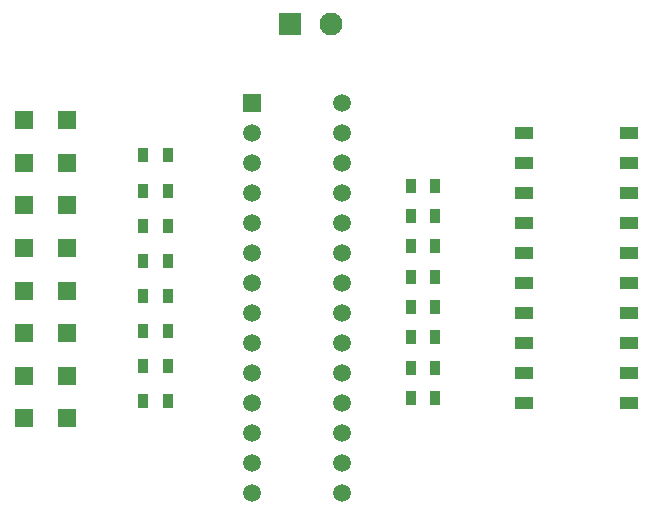
<source format=gbr>
%FSTAX23Y23*%
%MOIN*%
%SFA1B1*%

%IPPOS*%
%ADD10R,0.059055X0.062992*%
%ADD11R,0.059055X0.043307*%
%ADD12R,0.035433X0.047244*%
%ADD14C,0.076772*%
%ADD15R,0.076772X0.076772*%
%ADD16C,0.059055*%
%ADD17R,0.059055X0.059055*%
%LNpcb2_pads_top-1*%
%LPD*%
G54D10*
X03065Y02342D03*
X02923D03*
X03065Y022D03*
X02923D03*
X03065Y02484D03*
X02923D03*
X03065Y02626D03*
X02923D03*
X03065Y02768D03*
X02923D03*
X03065Y03053D03*
X02923D03*
X03065Y0291D03*
X02923D03*
X03065Y02058D03*
X02923D03*
G54D11*
X04588Y02109D03*
Y02209D03*
Y02309D03*
Y02409D03*
Y02509D03*
Y02609D03*
Y02709D03*
Y02809D03*
Y02909D03*
Y03009D03*
X04938D03*
Y02909D03*
Y02809D03*
Y02709D03*
Y02609D03*
Y02509D03*
Y02409D03*
Y02309D03*
Y02209D03*
Y02109D03*
G54D12*
X04293Y02834D03*
X0421D03*
X04293Y02733D03*
X0421D03*
X04293Y02632D03*
X0421D03*
X04293Y0253D03*
X0421D03*
X04293Y02429D03*
X0421D03*
X04293Y02328D03*
X0421D03*
X04293Y02227D03*
X0421D03*
X04293Y02125D03*
X0421D03*
X03317Y02115D03*
X034D03*
X03317Y02232D03*
X034D03*
X03317Y02349D03*
X034D03*
X03317Y02466D03*
X034D03*
X03317Y02583D03*
X034D03*
X03317Y027D03*
X034D03*
X03317Y02817D03*
X034D03*
X03317Y02935D03*
X034D03*
G54D14*
X03946Y03374D03*
G54D15*
X03809Y03374D03*
G54D16*
X0398Y0181D03*
Y0191D03*
Y0201D03*
Y0211D03*
Y0221D03*
Y0231D03*
Y0241D03*
Y0251D03*
Y0261D03*
Y0271D03*
Y0281D03*
Y0291D03*
Y0301D03*
Y0311D03*
X0368Y0181D03*
Y0191D03*
Y0201D03*
Y0211D03*
Y0221D03*
Y0231D03*
Y0241D03*
Y0251D03*
Y0261D03*
Y0271D03*
Y0281D03*
Y0291D03*
Y0301D03*
G54D17*
X0368Y0311D03*
M02*
</source>
